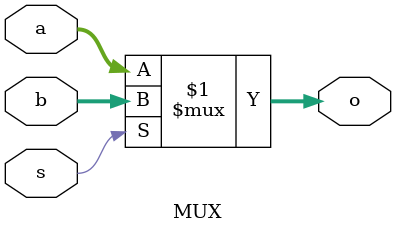
<source format=v>
module MUX(a,b,s,o);
input [31:0] a,b;
input s;
output [31:0] o;

assign o = (s) ? b : a;

endmodule
</source>
